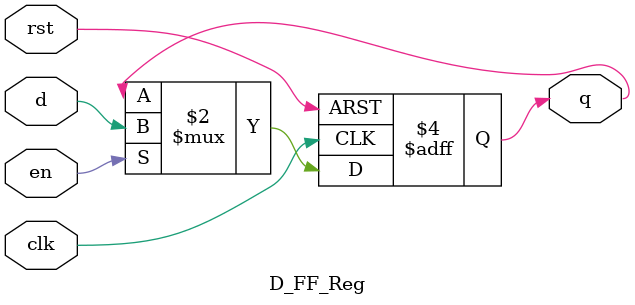
<source format=v>
module D_FF_Reg #(parameter N_BIT=1)(
	input clk,rst,en,
    input [N_BIT-1:0] d,
	output reg [N_BIT-1:0] q);
	
	always @(posedge clk or posedge rst) begin
		if (rst) q <= 0;
		else if (en) q <= d;
	end
endmodule
</source>
